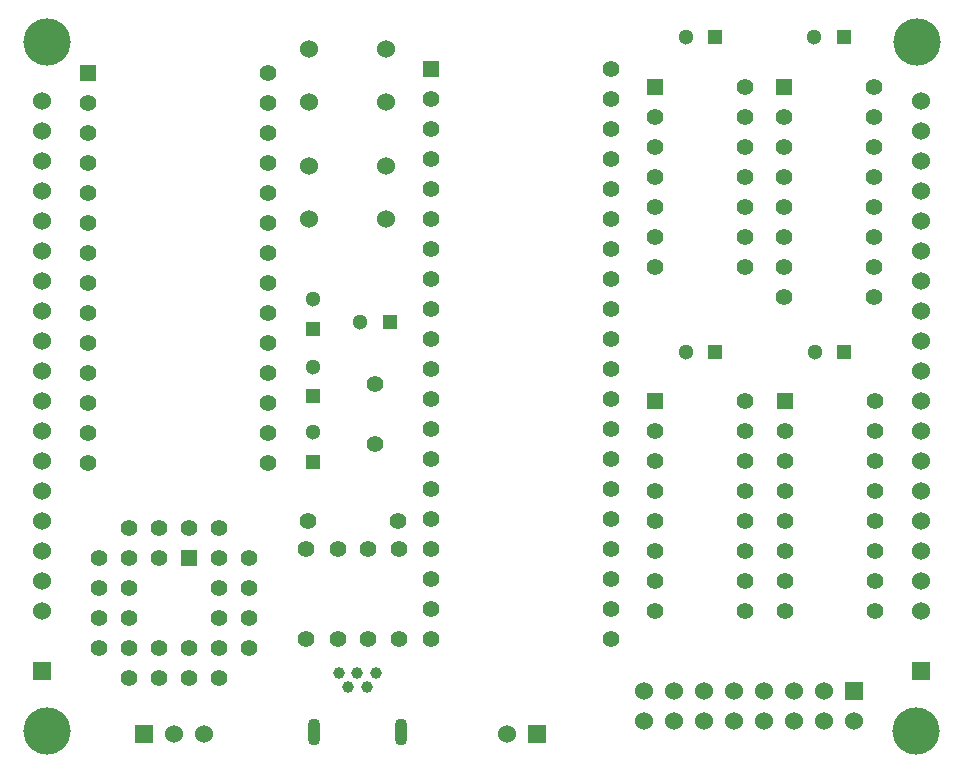
<source format=gts>
G04 #@! TF.FileFunction,Soldermask,Top*
%FSLAX46Y46*%
G04 Gerber Fmt 4.6, Leading zero omitted, Abs format (unit mm)*
G04 Created by KiCad (PCBNEW 4.0.3-stable) date 08/24/16 11:57:24*
%MOMM*%
%LPD*%
G01*
G04 APERTURE LIST*
%ADD10C,0.150000*%
%ADD11R,1.300000X1.300000*%
%ADD12C,1.300000*%
%ADD13R,1.397000X1.397000*%
%ADD14C,1.397000*%
%ADD15O,1.100000X2.300000*%
%ADD16C,1.000000*%
%ADD17C,1.422400*%
%ADD18R,1.524000X1.524000*%
%ADD19C,1.524000*%
%ADD20C,4.000000*%
G04 APERTURE END LIST*
D10*
D11*
X164414000Y-69176900D03*
D12*
X161914000Y-69176900D03*
D11*
X130391000Y-99568000D03*
D12*
X130391000Y-97068000D03*
D11*
X130391000Y-105105000D03*
D12*
X130391000Y-102605000D03*
D11*
X175285000Y-69176900D03*
D12*
X172785000Y-69176900D03*
D11*
X164414000Y-95821500D03*
D12*
X161914000Y-95821500D03*
D11*
X175349000Y-95859600D03*
D12*
X172849000Y-95859600D03*
D11*
X130391000Y-93840300D03*
D12*
X130391000Y-91340300D03*
D11*
X136842000Y-93281500D03*
D12*
X134342000Y-93281500D03*
D13*
X140322000Y-71843900D03*
D14*
X140322000Y-74383900D03*
X140322000Y-76923900D03*
X140322000Y-79463900D03*
X140322000Y-82003900D03*
X140322000Y-84543900D03*
X140322000Y-87083900D03*
X140322000Y-89623900D03*
X140322000Y-92163900D03*
X140322000Y-94703900D03*
X140322000Y-97243900D03*
X140322000Y-99783900D03*
X140322000Y-102323900D03*
X140322000Y-104863900D03*
X140322000Y-107403900D03*
X140322000Y-109943900D03*
X140322000Y-112483900D03*
X140322000Y-115023900D03*
X140322000Y-117563900D03*
X140322000Y-120103900D03*
X155562000Y-120103900D03*
X155562000Y-117563900D03*
X155562000Y-115023900D03*
X155562000Y-112483900D03*
X155562000Y-109943900D03*
X155562000Y-107403900D03*
X155562000Y-104863900D03*
X155562000Y-102323900D03*
X155562000Y-99783900D03*
X155562000Y-97243900D03*
X155562000Y-94703900D03*
X155562000Y-92163900D03*
X155562000Y-89623900D03*
X155562000Y-87083900D03*
X155562000Y-84543900D03*
X155562000Y-82003900D03*
X155562000Y-79463900D03*
X155562000Y-76923900D03*
X155562000Y-74383900D03*
X155562000Y-71843900D03*
D15*
X137762000Y-128016000D03*
X130462000Y-128016000D03*
D16*
X134912000Y-124166000D03*
X133312000Y-124166000D03*
X135712000Y-122966000D03*
X134112000Y-122966000D03*
X132512000Y-122966000D03*
D13*
X159322000Y-73342500D03*
D14*
X159322000Y-75882500D03*
X159322000Y-78422500D03*
X159322000Y-80962500D03*
X159322000Y-83502500D03*
X159322000Y-86042500D03*
X159322000Y-88582500D03*
X166942000Y-88582500D03*
X166942000Y-86042500D03*
X166942000Y-83502500D03*
X166942000Y-80962500D03*
X166942000Y-78422500D03*
X166942000Y-75882500D03*
X166942000Y-73342500D03*
D13*
X159347000Y-99974000D03*
D14*
X159347000Y-102514000D03*
X159347000Y-105054000D03*
X159347000Y-107594000D03*
X159347000Y-110134000D03*
X159347000Y-112674000D03*
X159347000Y-115214000D03*
X159347000Y-117754000D03*
X166967000Y-117754000D03*
X166967000Y-115214000D03*
X166967000Y-112674000D03*
X166967000Y-110134000D03*
X166967000Y-107594000D03*
X166967000Y-105054000D03*
X166967000Y-102514000D03*
X166967000Y-99974000D03*
D13*
X170218000Y-73355200D03*
D14*
X170218000Y-75895200D03*
X170218000Y-78435200D03*
X170218000Y-80975200D03*
X170218000Y-83515200D03*
X170218000Y-86055200D03*
X170218000Y-88595200D03*
X170218000Y-91135200D03*
X177838000Y-91135200D03*
X177838000Y-88595200D03*
X177838000Y-86055200D03*
X177838000Y-83515200D03*
X177838000Y-80975200D03*
X177838000Y-78435200D03*
X177838000Y-75895200D03*
X177838000Y-73355200D03*
D13*
X170307000Y-99962000D03*
D14*
X170307000Y-102502000D03*
X170307000Y-105042000D03*
X170307000Y-107582000D03*
X170307000Y-110122000D03*
X170307000Y-112662000D03*
X170307000Y-115202000D03*
X170307000Y-117742000D03*
X177927000Y-117742000D03*
X177927000Y-115202000D03*
X177927000Y-112662000D03*
X177927000Y-110122000D03*
X177927000Y-107582000D03*
X177927000Y-105042000D03*
X177927000Y-102502000D03*
X177927000Y-99962000D03*
D13*
X111277000Y-72237600D03*
D14*
X111277000Y-74777600D03*
X111277000Y-77317600D03*
X111277000Y-79857600D03*
X111277000Y-82397600D03*
X111277000Y-84937600D03*
X111277000Y-87477600D03*
X111277000Y-90017600D03*
X111277000Y-92557600D03*
X111277000Y-95097600D03*
X111277000Y-97637600D03*
X111277000Y-100177600D03*
X111277000Y-102717600D03*
X111277000Y-105257600D03*
X126517000Y-105257600D03*
X126517000Y-102717600D03*
X126517000Y-100177600D03*
X126517000Y-97637600D03*
X126517000Y-95097600D03*
X126517000Y-92557600D03*
X126517000Y-90017600D03*
X126517000Y-87477600D03*
X126517000Y-84937600D03*
X126517000Y-82397600D03*
X126517000Y-79857600D03*
X126517000Y-77317600D03*
X126517000Y-74777600D03*
X126517000Y-72237600D03*
D17*
X135572000Y-103632000D03*
X135572000Y-98552000D03*
D18*
X149352000Y-128143000D03*
D19*
X146812000Y-128143000D03*
D18*
X176174000Y-124536000D03*
D19*
X176174000Y-127076000D03*
X173634000Y-124536000D03*
X173634000Y-127076000D03*
X171094000Y-124536000D03*
X171094000Y-127076000D03*
X168554000Y-124536000D03*
X168554000Y-127076000D03*
X166014000Y-124536000D03*
X166014000Y-127076000D03*
X163474000Y-124536000D03*
X163474000Y-127076000D03*
X160934000Y-124536000D03*
X160934000Y-127076000D03*
X158394000Y-124536000D03*
X158394000Y-127076000D03*
D18*
X116078000Y-128143000D03*
D19*
X118618000Y-128143000D03*
X121158000Y-128143000D03*
D20*
X107793000Y-127906000D03*
X181437000Y-127906000D03*
X107793000Y-69540400D03*
X181462000Y-69540400D03*
D13*
X119888000Y-113284000D03*
D14*
X117348000Y-110744000D03*
X117348000Y-113284000D03*
X114808000Y-110744000D03*
X112268000Y-113284000D03*
X114808000Y-113284000D03*
X112268000Y-115824000D03*
X114808000Y-115824000D03*
X112268000Y-118364000D03*
X114808000Y-118364000D03*
X112268000Y-120904000D03*
X114808000Y-123444000D03*
X114808000Y-120904000D03*
X117348000Y-123444000D03*
X117348000Y-120904000D03*
X119888000Y-123444000D03*
X119888000Y-120904000D03*
X122428000Y-123444000D03*
X124968000Y-120904000D03*
X122428000Y-120904000D03*
X124968000Y-118364000D03*
X122428000Y-118364000D03*
X124968000Y-115824000D03*
X122428000Y-115824000D03*
X124968000Y-113284000D03*
X122428000Y-110744000D03*
X122428000Y-113284000D03*
X119888000Y-110744000D03*
X137541000Y-110109000D03*
X129921000Y-110109000D03*
X132461000Y-120142000D03*
X132461000Y-112522000D03*
X135001000Y-120142000D03*
X135001000Y-112522000D03*
X129794000Y-120142000D03*
X129794000Y-112522000D03*
X137668000Y-120142000D03*
X137668000Y-112522000D03*
D18*
X181851000Y-122859800D03*
D19*
X181851000Y-117779800D03*
X181851000Y-115239800D03*
X181851000Y-112699800D03*
X181851000Y-110159800D03*
X181851000Y-107619800D03*
X181851000Y-105079800D03*
X181851000Y-102539800D03*
X181851000Y-99999800D03*
X181851000Y-97459800D03*
X181851000Y-94919800D03*
X181851000Y-92379800D03*
X181851000Y-89839800D03*
X181851000Y-87299800D03*
X181851000Y-84759800D03*
X181851000Y-82219800D03*
X181851000Y-79679800D03*
X181851000Y-77139800D03*
X181851000Y-74599800D03*
D18*
X107378000Y-122859800D03*
D19*
X107378000Y-117779800D03*
X107378000Y-115239800D03*
X107378000Y-112699800D03*
X107378000Y-110159800D03*
X107378000Y-107619800D03*
X107378000Y-105079800D03*
X107378000Y-102539800D03*
X107378000Y-99999800D03*
X107378000Y-97459800D03*
X107378000Y-94919800D03*
X107378000Y-92379800D03*
X107378000Y-89839800D03*
X107378000Y-87299800D03*
X107378000Y-84759800D03*
X107378000Y-82219800D03*
X107378000Y-79679800D03*
X107378000Y-77139800D03*
X107378000Y-74599800D03*
X136548000Y-84582000D03*
X130048000Y-84582000D03*
X136548000Y-80082000D03*
X130048000Y-80082000D03*
X136548000Y-74676000D03*
X130048000Y-74676000D03*
X136548000Y-70176000D03*
X130048000Y-70176000D03*
M02*

</source>
